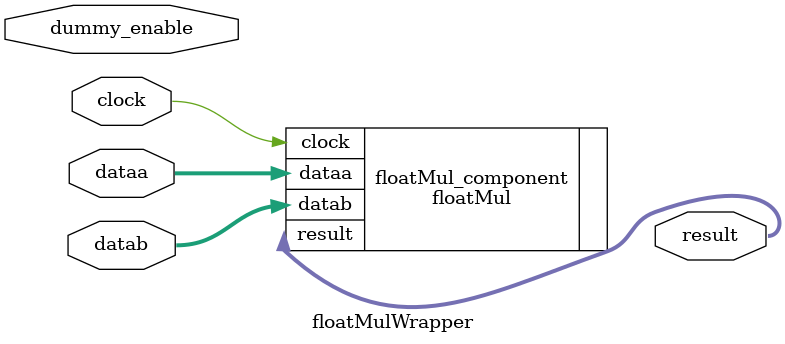
<source format=v>


module floatMulWrapper (
	clock,
	dataa,
	datab,
	result,
	dummy_enable);

	input		clock;
	input	[31:0]	dataa;
	input	[31:0]	datab;
	output	[31:0]	result;
	input		dummy_enable;

	floatMul floatMul_component (
		.clock(clock),
		.dataa(dataa),
		.datab(datab),
		.result(result)
	);
endmodule

</source>
